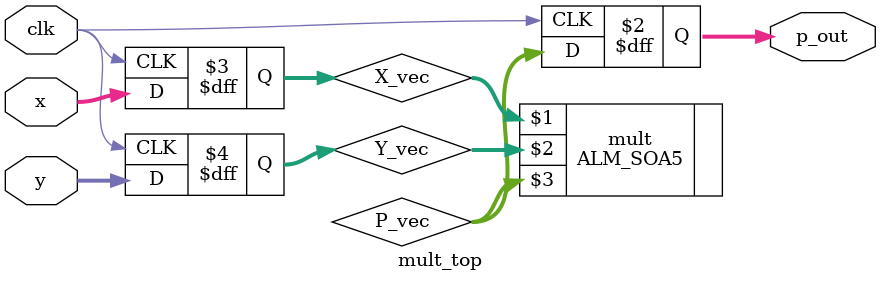
<source format=v>


module mult_top(
    // Clock and reset
    input clk,
    // Input X has a form x_i%d where %d denotes the bit number
    input  [7:0] x,
    // Input Y has a form y_i%d where %d denotes the bit number
    input  [7:0] y,
    // Output P has a form p_out%d where %d denotes the bit number
    output reg [15:0] p_out
    );

    
    // Now we have X_vec and Y_vec signal 
    // Then we do processing with these signals and store the 
    // intermidiate result in P_vec
    // For example purposes X_vec and Y_vec are concanated and stored in P_vec
    wire [15:0] P_vec;
    reg [7:0] X_vec;
    reg [7:0] Y_vec;
    
    ALM_SOA5 mult(X_vec,Y_vec,P_vec); 

 
    always @(posedge clk) 
    begin
        p_out = P_vec;
        X_vec = x;
        Y_vec = y;
    end

endmodule 


</source>
